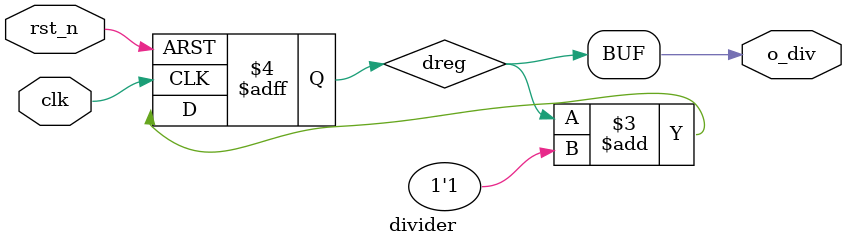
<source format=sv>
module divider #(
  parameter P_DIV_NUM = 2
) (
  input wire clk,
  input wire rst_n,

  output wire o_div
);
  localparam LP_DIV_BIT = $clog2(P_DIV_NUM);

  logic [LP_DIV_BIT-1:0] dreg;

  always_ff @( posedge clk, negedge rst_n ) begin
    if(~rst_n)
      dreg <= '0;
    else
      dreg <= dreg + {{LP_DIV_BIT-1{1'b0}}, 1'b1};    
  end

  assign o_div = dreg[LP_DIV_BIT-1];
endmodule
</source>
